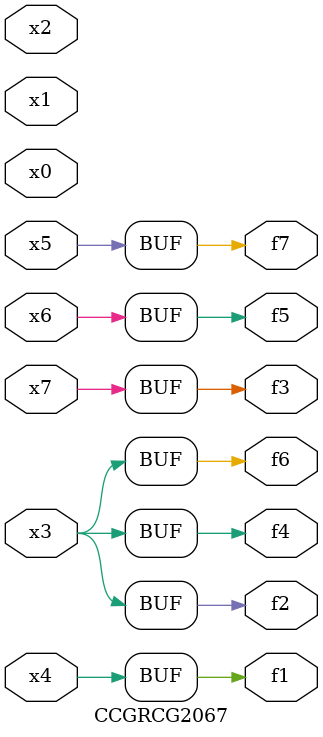
<source format=v>
module CCGRCG2067(
	input x0, x1, x2, x3, x4, x5, x6, x7,
	output f1, f2, f3, f4, f5, f6, f7
);
	assign f1 = x4;
	assign f2 = x3;
	assign f3 = x7;
	assign f4 = x3;
	assign f5 = x6;
	assign f6 = x3;
	assign f7 = x5;
endmodule

</source>
